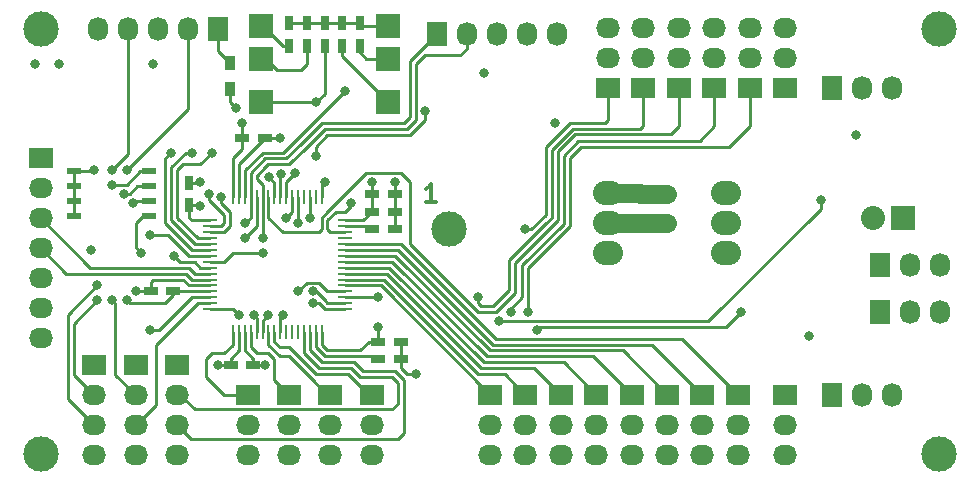
<source format=gbr>
G04 #@! TF.FileFunction,Copper,L1,Top,Signal*
%FSLAX46Y46*%
G04 Gerber Fmt 4.6, Leading zero omitted, Abs format (unit mm)*
G04 Created by KiCad (PCBNEW 4.0.0-rc1-stable) date 19/11/2015 21:53:00*
%MOMM*%
G01*
G04 APERTURE LIST*
%ADD10C,0.100000*%
%ADD11C,0.300000*%
%ADD12R,0.750000X1.200000*%
%ADD13R,1.250000X1.500000*%
%ADD14R,1.200000X0.750000*%
%ADD15R,1.727200X2.032000*%
%ADD16O,1.727200X2.032000*%
%ADD17R,1.143000X0.508000*%
%ADD18C,3.000000*%
%ADD19R,2.032000X1.727200*%
%ADD20O,2.032000X1.727200*%
%ADD21R,0.900000X1.200000*%
%ADD22R,1.300000X0.250000*%
%ADD23R,0.250000X1.300000*%
%ADD24R,2.100000X2.100000*%
%ADD25O,2.540000X2.032000*%
%ADD26R,2.032000X2.032000*%
%ADD27O,2.032000X2.032000*%
%ADD28C,0.800000*%
%ADD29C,1.000000*%
%ADD30C,0.250000*%
%ADD31C,1.600000*%
G04 APERTURE END LIST*
D10*
D11*
X160428572Y-71678571D02*
X159571429Y-71678571D01*
X160000001Y-71678571D02*
X160000001Y-70178571D01*
X159857144Y-70392857D01*
X159714286Y-70535714D01*
X159571429Y-70607143D01*
D12*
X152500000Y-58450000D03*
X152500000Y-56550000D03*
D13*
X177750000Y-71000000D03*
X177750000Y-73500000D03*
D14*
X157450000Y-85000000D03*
X155550000Y-85000000D03*
X156950000Y-74000000D03*
X155050000Y-74000000D03*
D12*
X139500000Y-71950000D03*
X139500000Y-70050000D03*
D14*
X155050000Y-71000000D03*
X156950000Y-71000000D03*
X144950000Y-85500000D03*
X143050000Y-85500000D03*
X155550000Y-83500000D03*
X157450000Y-83500000D03*
X155050000Y-72500000D03*
X156950000Y-72500000D03*
X144050000Y-66250000D03*
X145950000Y-66250000D03*
X138200000Y-79250000D03*
X136300000Y-79250000D03*
D15*
X198000000Y-77000000D03*
D16*
X200540000Y-77000000D03*
X203080000Y-77000000D03*
D17*
X136175000Y-69095000D03*
X136175000Y-70365000D03*
X136175000Y-71635000D03*
X136175000Y-72905000D03*
X129825000Y-72905000D03*
X129825000Y-71635000D03*
X129825000Y-70365000D03*
X129825000Y-69095000D03*
D15*
X160500000Y-57500000D03*
D16*
X163040000Y-57500000D03*
X165580000Y-57500000D03*
X168120000Y-57500000D03*
X170660000Y-57500000D03*
D18*
X161500000Y-74000000D03*
D19*
X144500000Y-88000000D03*
D20*
X144500000Y-90540000D03*
X144500000Y-93080000D03*
D19*
X148000000Y-88000000D03*
D20*
X148000000Y-90540000D03*
X148000000Y-93080000D03*
D19*
X151500000Y-88000000D03*
D20*
X151500000Y-90540000D03*
X151500000Y-93080000D03*
D19*
X155000000Y-88000000D03*
D20*
X155000000Y-90540000D03*
X155000000Y-93080000D03*
D18*
X127000000Y-57000000D03*
X203000000Y-57000000D03*
X203000000Y-93000000D03*
X127000000Y-93000000D03*
D15*
X198000000Y-81000000D03*
D16*
X200540000Y-81000000D03*
X203080000Y-81000000D03*
D21*
X143000000Y-59900000D03*
X143000000Y-62100000D03*
D19*
X187000000Y-62000000D03*
D20*
X187000000Y-59460000D03*
X187000000Y-56920000D03*
D19*
X184000000Y-62000000D03*
D20*
X184000000Y-59460000D03*
X184000000Y-56920000D03*
D19*
X181000000Y-62000000D03*
D20*
X181000000Y-59460000D03*
X181000000Y-56920000D03*
D19*
X178000000Y-62000000D03*
D20*
X178000000Y-59460000D03*
X178000000Y-56920000D03*
D19*
X175000000Y-62000000D03*
D20*
X175000000Y-59460000D03*
X175000000Y-56920000D03*
D19*
X190000000Y-62000000D03*
D20*
X190000000Y-59460000D03*
X190000000Y-56920000D03*
D19*
X177000000Y-88000000D03*
D20*
X177000000Y-90540000D03*
X177000000Y-93080000D03*
D19*
X180000000Y-88000000D03*
D20*
X180000000Y-90540000D03*
X180000000Y-93080000D03*
D19*
X183000000Y-88000000D03*
D20*
X183000000Y-90540000D03*
X183000000Y-93080000D03*
D19*
X186000000Y-88000000D03*
D20*
X186000000Y-90540000D03*
X186000000Y-93080000D03*
D19*
X165000000Y-88000000D03*
D20*
X165000000Y-90540000D03*
X165000000Y-93080000D03*
D19*
X168000000Y-88000000D03*
D20*
X168000000Y-90540000D03*
X168000000Y-93080000D03*
D19*
X171000000Y-88000000D03*
D20*
X171000000Y-90540000D03*
X171000000Y-93080000D03*
D19*
X174000000Y-88000000D03*
D20*
X174000000Y-90540000D03*
X174000000Y-93080000D03*
D19*
X190000000Y-88000000D03*
D20*
X190000000Y-90540000D03*
X190000000Y-93080000D03*
D15*
X194000000Y-62000000D03*
D16*
X196540000Y-62000000D03*
X199080000Y-62000000D03*
D15*
X194000000Y-88000000D03*
D16*
X196540000Y-88000000D03*
X199080000Y-88000000D03*
D19*
X127000000Y-68000000D03*
D20*
X127000000Y-70540000D03*
X127000000Y-73080000D03*
X127000000Y-75620000D03*
X127000000Y-78160000D03*
X127000000Y-80700000D03*
X127000000Y-83240000D03*
D15*
X142000000Y-57000000D03*
D16*
X139460000Y-57000000D03*
X136920000Y-57000000D03*
X134380000Y-57000000D03*
X131840000Y-57000000D03*
D22*
X141300000Y-73250000D03*
X141300000Y-73750000D03*
X141300000Y-74250000D03*
X141300000Y-74750000D03*
X141300000Y-75250000D03*
X141300000Y-75750000D03*
X141300000Y-76250000D03*
X141300000Y-76750000D03*
X141300000Y-77250000D03*
X141300000Y-77750000D03*
X141300000Y-78250000D03*
X141300000Y-78750000D03*
X141300000Y-79250000D03*
X141300000Y-79750000D03*
X141300000Y-80250000D03*
X141300000Y-80750000D03*
D23*
X143250000Y-82700000D03*
X143750000Y-82700000D03*
X144250000Y-82700000D03*
X144750000Y-82700000D03*
X145250000Y-82700000D03*
X145750000Y-82700000D03*
X146250000Y-82700000D03*
X146750000Y-82700000D03*
X147250000Y-82700000D03*
X147750000Y-82700000D03*
X148250000Y-82700000D03*
X148750000Y-82700000D03*
X149250000Y-82700000D03*
X149750000Y-82700000D03*
X150250000Y-82700000D03*
X150750000Y-82700000D03*
D22*
X152700000Y-80750000D03*
X152700000Y-80250000D03*
X152700000Y-79750000D03*
X152700000Y-79250000D03*
X152700000Y-78750000D03*
X152700000Y-78250000D03*
X152700000Y-77750000D03*
X152700000Y-77250000D03*
X152700000Y-76750000D03*
X152700000Y-76250000D03*
X152700000Y-75750000D03*
X152700000Y-75250000D03*
X152700000Y-74750000D03*
X152700000Y-74250000D03*
X152700000Y-73750000D03*
X152700000Y-73250000D03*
D23*
X150750000Y-71300000D03*
X150250000Y-71300000D03*
X149750000Y-71300000D03*
X149250000Y-71300000D03*
X148750000Y-71300000D03*
X148250000Y-71300000D03*
X147750000Y-71300000D03*
X147250000Y-71300000D03*
X146750000Y-71300000D03*
X146250000Y-71300000D03*
X145750000Y-71300000D03*
X145250000Y-71300000D03*
X144750000Y-71300000D03*
X144250000Y-71300000D03*
X143750000Y-71300000D03*
X143250000Y-71300000D03*
D12*
X151000000Y-58450000D03*
X151000000Y-56550000D03*
X149500000Y-58450000D03*
X149500000Y-56550000D03*
X148000000Y-58450000D03*
X148000000Y-56550000D03*
X154000000Y-58450000D03*
X154000000Y-56550000D03*
D24*
X145600000Y-56750000D03*
X156400000Y-56750000D03*
X145600000Y-59550000D03*
X156400000Y-59550000D03*
X156400000Y-63250000D03*
X145600000Y-63250000D03*
D25*
X185000000Y-73500000D03*
X185000000Y-70960000D03*
X185000000Y-76040000D03*
X175000000Y-73500000D03*
X175000000Y-70960000D03*
X175000000Y-76040000D03*
D26*
X200000000Y-73000000D03*
D27*
X197460000Y-73000000D03*
D19*
X138500000Y-85500000D03*
D20*
X138500000Y-88040000D03*
X138500000Y-90580000D03*
X138500000Y-93120000D03*
D19*
X135000000Y-85500000D03*
D20*
X135000000Y-88040000D03*
X135000000Y-90580000D03*
X135000000Y-93120000D03*
D19*
X131500000Y-85500000D03*
D20*
X131500000Y-88040000D03*
X131500000Y-90580000D03*
X131500000Y-93120000D03*
D28*
X145750000Y-76000000D03*
X158750000Y-86250000D03*
X131250000Y-75750000D03*
D29*
X180000000Y-73500000D03*
D28*
X134000000Y-71000000D03*
X147250000Y-66250000D03*
X131500000Y-69000000D03*
X135000000Y-79250000D03*
X140500000Y-70000000D03*
X142000000Y-85500000D03*
X157000000Y-70000000D03*
X126500000Y-60000000D03*
X192000000Y-83000000D03*
X196000000Y-66000000D03*
X155500000Y-82250000D03*
D29*
X180000000Y-71000000D03*
D28*
X133000000Y-70250000D03*
X144000000Y-65000000D03*
X164500000Y-60750000D03*
X134250000Y-80000000D03*
X143500000Y-63750000D03*
X140500000Y-72000000D03*
X146000000Y-85500000D03*
X155000000Y-70000000D03*
X128500000Y-60000000D03*
X136500000Y-60000000D03*
X136250000Y-74500000D03*
X146300000Y-69600000D03*
X147300000Y-69300000D03*
X134750000Y-71750000D03*
X144250000Y-73500000D03*
X145750000Y-74750000D03*
X135500000Y-76000000D03*
X144250000Y-74750000D03*
X168250000Y-81000000D03*
X143750000Y-81250000D03*
X166750000Y-81000000D03*
X146250000Y-81250000D03*
X155500000Y-79750000D03*
X164000000Y-79750000D03*
X150000000Y-79250000D03*
X150000000Y-80250000D03*
X134250000Y-69000000D03*
X151000000Y-70000000D03*
X133000000Y-69000000D03*
X153250000Y-71750000D03*
X186250000Y-81000000D03*
X169000000Y-82500000D03*
X136250000Y-82500000D03*
X138250000Y-76250000D03*
X150250000Y-63250000D03*
X141250000Y-71000000D03*
X150250000Y-67750000D03*
X142250000Y-71250000D03*
X159500000Y-64000000D03*
X152750000Y-62250000D03*
X148500000Y-69250000D03*
X138000000Y-67500000D03*
X139750000Y-67500000D03*
X141500000Y-67500000D03*
X170500000Y-65000000D03*
X168000000Y-74000000D03*
X145000000Y-81250000D03*
X133000000Y-80000000D03*
X149750000Y-73000000D03*
X131750000Y-80000000D03*
X148750000Y-73500000D03*
X131750000Y-78750000D03*
X147750000Y-73000000D03*
X148750000Y-79250000D03*
X165750000Y-81750000D03*
X193000000Y-71500000D03*
X147500000Y-81250000D03*
D30*
X145750000Y-76000000D02*
X143250000Y-76000000D01*
X142500000Y-76750000D02*
X141300000Y-76750000D01*
X143250000Y-76000000D02*
X142500000Y-76750000D01*
X152500000Y-58450000D02*
X152500000Y-59350000D01*
X152500000Y-59350000D02*
X156400000Y-63250000D01*
X157450000Y-85000000D02*
X157450000Y-85700000D01*
X158000000Y-86250000D02*
X158750000Y-86250000D01*
X157450000Y-85700000D02*
X158000000Y-86250000D01*
X157450000Y-83500000D02*
X157450000Y-85000000D01*
X156950000Y-72500000D02*
X156950000Y-74000000D01*
D31*
X177750000Y-73500000D02*
X180000000Y-73500000D01*
D30*
X136175000Y-70365000D02*
X135135000Y-70365000D01*
X134500000Y-71000000D02*
X134000000Y-71000000D01*
X135135000Y-70365000D02*
X134500000Y-71000000D01*
X145950000Y-66250000D02*
X147250000Y-66250000D01*
X143750000Y-71300000D02*
X143750000Y-68450000D01*
X143750000Y-68450000D02*
X145950000Y-66250000D01*
X129825000Y-71635000D02*
X129825000Y-72905000D01*
X129825000Y-70365000D02*
X129825000Y-71635000D01*
X129825000Y-69095000D02*
X129825000Y-70365000D01*
X129825000Y-69095000D02*
X131405000Y-69095000D01*
X131405000Y-69095000D02*
X131500000Y-69000000D01*
X136300000Y-79250000D02*
X135000000Y-79250000D01*
X141300000Y-78750000D02*
X139500000Y-78750000D01*
X136300000Y-78450000D02*
X136300000Y-79250000D01*
X136500000Y-78250000D02*
X136300000Y-78450000D01*
X139000000Y-78250000D02*
X136500000Y-78250000D01*
X139500000Y-78750000D02*
X139000000Y-78250000D01*
D31*
X175000000Y-73500000D02*
X177750000Y-73500000D01*
D30*
X139500000Y-70050000D02*
X140450000Y-70050000D01*
X140450000Y-70050000D02*
X140500000Y-70000000D01*
X143050000Y-85500000D02*
X142000000Y-85500000D01*
X143750000Y-82700000D02*
X143750000Y-84250000D01*
X143050000Y-84950000D02*
X143050000Y-85500000D01*
X143750000Y-84250000D02*
X143050000Y-84950000D01*
X156950000Y-71000000D02*
X156950000Y-72500000D01*
X156950000Y-71000000D02*
X156950000Y-70050000D01*
X156950000Y-70050000D02*
X157000000Y-70000000D01*
X148000000Y-56550000D02*
X149500000Y-56550000D01*
X149500000Y-56550000D02*
X151000000Y-56550000D01*
X151000000Y-56550000D02*
X152500000Y-56550000D01*
X152500000Y-56550000D02*
X154000000Y-56550000D01*
X154000000Y-56550000D02*
X154200000Y-56750000D01*
X154200000Y-56750000D02*
X156400000Y-56750000D01*
X155550000Y-83500000D02*
X155550000Y-82300000D01*
X155550000Y-82300000D02*
X155500000Y-82250000D01*
X150750000Y-82700000D02*
X150750000Y-83750000D01*
X154750000Y-83500000D02*
X155550000Y-83500000D01*
X154000000Y-84250000D02*
X154750000Y-83500000D01*
X151250000Y-84250000D02*
X154000000Y-84250000D01*
X150750000Y-83750000D02*
X151250000Y-84250000D01*
X150750000Y-82700000D02*
X150750000Y-83250000D01*
X150750000Y-82700000D02*
X150750000Y-83200000D01*
D31*
X177750000Y-71000000D02*
X180000000Y-71000000D01*
D30*
X136175000Y-69095000D02*
X135405000Y-69095000D01*
X134250000Y-70250000D02*
X133000000Y-70250000D01*
X135405000Y-69095000D02*
X134250000Y-70250000D01*
X144050000Y-66250000D02*
X144050000Y-65050000D01*
X144050000Y-65050000D02*
X144000000Y-65000000D01*
X143250000Y-71300000D02*
X143250000Y-68000000D01*
X144050000Y-67200000D02*
X144050000Y-66250000D01*
X143250000Y-68000000D02*
X144050000Y-67200000D01*
X138200000Y-79250000D02*
X138200000Y-79550000D01*
X138200000Y-79550000D02*
X137500000Y-80250000D01*
X134500000Y-80250000D02*
X134250000Y-80000000D01*
X137500000Y-80250000D02*
X134500000Y-80250000D01*
X141300000Y-79250000D02*
X138200000Y-79250000D01*
X138300000Y-79250000D02*
X138250000Y-79200000D01*
D31*
X175000000Y-70960000D02*
X177710000Y-70960000D01*
X177710000Y-70960000D02*
X177750000Y-71000000D01*
D30*
X143000000Y-62100000D02*
X143000000Y-63250000D01*
X143000000Y-63250000D02*
X143500000Y-63750000D01*
X139500000Y-71950000D02*
X140450000Y-71950000D01*
X140450000Y-71950000D02*
X140500000Y-72000000D01*
X141300000Y-73250000D02*
X139750000Y-73250000D01*
X139500000Y-73000000D02*
X139500000Y-71950000D01*
X139750000Y-73250000D02*
X139500000Y-73000000D01*
X144950000Y-85500000D02*
X146000000Y-85500000D01*
X144250000Y-82700000D02*
X144250000Y-84250000D01*
X144950000Y-84950000D02*
X144950000Y-85500000D01*
X144250000Y-84250000D02*
X144950000Y-84950000D01*
X155050000Y-71000000D02*
X155050000Y-70050000D01*
X155050000Y-70050000D02*
X155000000Y-70000000D01*
X152700000Y-73250000D02*
X154300000Y-73250000D01*
X154300000Y-73250000D02*
X155050000Y-72500000D01*
X155050000Y-72500000D02*
X155050000Y-71000000D01*
X150250000Y-82700000D02*
X150250000Y-84000000D01*
X151000000Y-84750000D02*
X155300000Y-84750000D01*
X150250000Y-84000000D02*
X151000000Y-84750000D01*
X155300000Y-84750000D02*
X155550000Y-85000000D01*
X152700000Y-73750000D02*
X154800000Y-73750000D01*
X154800000Y-73750000D02*
X155050000Y-74000000D01*
X138250000Y-75000000D02*
X137750000Y-74500000D01*
X137750000Y-74500000D02*
X136250000Y-74500000D01*
X141300000Y-76250000D02*
X139500000Y-76250000D01*
X139500000Y-76250000D02*
X138250000Y-75000000D01*
X146750000Y-71300000D02*
X146750000Y-70050000D01*
X146750000Y-70050000D02*
X146300000Y-69600000D01*
X147250000Y-71300000D02*
X147250000Y-69350000D01*
X147250000Y-69350000D02*
X147300000Y-69300000D01*
X144750000Y-71300000D02*
X144750000Y-73000000D01*
X134865000Y-71635000D02*
X136175000Y-71635000D01*
X134750000Y-71750000D02*
X134865000Y-71635000D01*
X144750000Y-73000000D02*
X144250000Y-73500000D01*
X144750000Y-71300000D02*
X144750000Y-69200002D01*
X147750000Y-68000000D02*
X149000000Y-66750000D01*
X145950002Y-68000000D02*
X147750000Y-68000000D01*
X144750000Y-69200002D02*
X145950002Y-68000000D01*
X158250000Y-59750000D02*
X160500000Y-57500000D01*
X158250000Y-64500000D02*
X158250000Y-59750000D01*
X157750000Y-65000000D02*
X158250000Y-64500000D01*
X150750000Y-65000000D02*
X157750000Y-65000000D01*
X149000000Y-66750000D02*
X150750000Y-65000000D01*
X145750000Y-72750000D02*
X145750000Y-74750000D01*
X145750000Y-71300000D02*
X145750000Y-72750000D01*
X135000000Y-74500000D02*
X135000000Y-73500000D01*
X135595000Y-72905000D02*
X136175000Y-72905000D01*
X135000000Y-73500000D02*
X135595000Y-72905000D01*
X135500000Y-76000000D02*
X135000000Y-75500000D01*
X135000000Y-75500000D02*
X135000000Y-74500000D01*
X145250000Y-69500000D02*
X145250000Y-69750000D01*
X145250000Y-69750000D02*
X145750000Y-70250000D01*
X145750000Y-71300000D02*
X145750000Y-70250000D01*
X146000000Y-68750000D02*
X146250000Y-68500000D01*
X145250000Y-69500000D02*
X146000000Y-68750000D01*
X146250000Y-68500000D02*
X148000000Y-68500000D01*
X148000000Y-68500000D02*
X148250000Y-68250000D01*
X148000000Y-68500000D02*
X148250000Y-68250000D01*
X148250000Y-68250000D02*
X149250000Y-67250000D01*
X146250000Y-68500000D02*
X148000000Y-68500000D01*
X163040000Y-58710000D02*
X163040000Y-57500000D01*
X162500000Y-59250000D02*
X163040000Y-58710000D01*
X159500000Y-59250000D02*
X162500000Y-59250000D01*
X158750000Y-60000000D02*
X159500000Y-59250000D01*
X158750000Y-64750000D02*
X158750000Y-60000000D01*
X158000000Y-65500000D02*
X158750000Y-64750000D01*
X151000000Y-65500000D02*
X158000000Y-65500000D01*
X149250000Y-67250000D02*
X151000000Y-65500000D01*
X145250000Y-73750000D02*
X144250000Y-74750000D01*
X145250000Y-71300000D02*
X145250000Y-73750000D01*
X168250000Y-81000000D02*
X168250000Y-77250000D01*
X168250000Y-77250000D02*
X171750000Y-73750000D01*
X171750000Y-73750000D02*
X171750000Y-68000000D01*
X171750000Y-68000000D02*
X172750000Y-67000000D01*
X172750000Y-67000000D02*
X185250000Y-67000000D01*
X185250000Y-67000000D02*
X187000000Y-65250000D01*
X187000000Y-65250000D02*
X187000000Y-62000000D01*
X143250000Y-80750000D02*
X141300000Y-80750000D01*
X143750000Y-81250000D02*
X143250000Y-80750000D01*
X166750000Y-81000000D02*
X166750000Y-80750000D01*
X184000000Y-65250000D02*
X184000000Y-62000000D01*
X182750000Y-66500000D02*
X184000000Y-65250000D01*
X172500000Y-66500000D02*
X182750000Y-66500000D01*
X171250000Y-67750000D02*
X172500000Y-66500000D01*
X171250000Y-73549998D02*
X171250000Y-67750000D01*
X167750000Y-77049998D02*
X171250000Y-73549998D01*
X167750000Y-79750000D02*
X167750000Y-77049998D01*
X166750000Y-80750000D02*
X167750000Y-79750000D01*
X145750000Y-82700000D02*
X145750000Y-81750000D01*
X145750000Y-81750000D02*
X146250000Y-81250000D01*
X146250000Y-72250000D02*
X146250000Y-73000000D01*
X150750000Y-73000000D02*
X151250000Y-72500000D01*
X150750000Y-74000000D02*
X150750000Y-73000000D01*
X150500000Y-74250000D02*
X150750000Y-74000000D01*
X147500000Y-74250000D02*
X150500000Y-74250000D01*
X146250000Y-73000000D02*
X147500000Y-74250000D01*
X167125000Y-76875000D02*
X167125000Y-79375000D01*
X167125000Y-76875000D02*
X170799998Y-73200002D01*
X170799998Y-73200002D02*
X170799998Y-67336400D01*
X170799998Y-67336400D02*
X172186396Y-65950002D01*
X172186396Y-65950002D02*
X180299998Y-65950002D01*
X180299998Y-65950002D02*
X181000000Y-65250000D01*
X181000000Y-65250000D02*
X181000000Y-62000000D01*
X151250000Y-72500000D02*
X154500000Y-69250000D01*
X154500000Y-69250000D02*
X157500000Y-69250000D01*
X157500000Y-69250000D02*
X158250000Y-70000000D01*
X158250000Y-70000000D02*
X158250000Y-75250000D01*
X158250000Y-75250000D02*
X161750000Y-78750000D01*
X163750000Y-80750000D02*
X164000000Y-81000000D01*
X161750000Y-78750000D02*
X163750000Y-80750000D01*
X166250000Y-80250000D02*
X165500000Y-81000000D01*
X165500000Y-81000000D02*
X164000000Y-81000000D01*
X167125000Y-79375000D02*
X166250000Y-80250000D01*
X146250000Y-71300000D02*
X146250000Y-72250000D01*
X146250000Y-72250000D02*
X146250000Y-72500000D01*
X146250000Y-71300000D02*
X146250000Y-72500000D01*
X165000000Y-80500000D02*
X164250000Y-80500000D01*
X164000000Y-80250000D02*
X164000000Y-79750000D01*
X164250000Y-80500000D02*
X164000000Y-80250000D01*
X166625000Y-76625000D02*
X166625000Y-79125000D01*
X166625000Y-79125000D02*
X165750000Y-80000000D01*
X165250000Y-80500000D02*
X165000000Y-80500000D01*
X165750000Y-80000000D02*
X165250000Y-80500000D01*
X178000000Y-62000000D02*
X178000000Y-65250000D01*
X177750000Y-65500000D02*
X176250000Y-65500000D01*
X178000000Y-65250000D02*
X177750000Y-65500000D01*
X152700000Y-79750000D02*
X155500000Y-79750000D01*
X166625000Y-76625000D02*
X167500000Y-75750000D01*
X170250000Y-73000000D02*
X169750000Y-73500000D01*
X170250000Y-67250000D02*
X170250000Y-73000000D01*
X172000000Y-65500000D02*
X170250000Y-67250000D01*
X176250000Y-65500000D02*
X172000000Y-65500000D01*
X167500000Y-75750000D02*
X169750000Y-73500000D01*
X177750000Y-62250000D02*
X178000000Y-62000000D01*
X150250000Y-79250000D02*
X151000000Y-80000000D01*
X151250000Y-80250000D02*
X151000000Y-80000000D01*
X152700000Y-80250000D02*
X151250000Y-80250000D01*
X150000000Y-79250000D02*
X150250000Y-79250000D01*
X141300000Y-77750000D02*
X140000000Y-77750000D01*
X131170000Y-77250000D02*
X127000000Y-73080000D01*
X139500000Y-77250000D02*
X131170000Y-77250000D01*
X140000000Y-77750000D02*
X139500000Y-77250000D01*
X141300000Y-78250000D02*
X139750000Y-78250000D01*
X129130000Y-77750000D02*
X127000000Y-75620000D01*
X139250000Y-77750000D02*
X129130000Y-77750000D01*
X139750000Y-78250000D02*
X139250000Y-77750000D01*
X152700000Y-80750000D02*
X151000000Y-80750000D01*
X150500000Y-80250000D02*
X150000000Y-80250000D01*
X151000000Y-80750000D02*
X150500000Y-80250000D01*
X150750000Y-71300000D02*
X150750000Y-70250000D01*
X139460000Y-63790000D02*
X139460000Y-57000000D01*
X134250000Y-69000000D02*
X139460000Y-63790000D01*
X150750000Y-70250000D02*
X151000000Y-70000000D01*
X151250000Y-73500000D02*
X151250000Y-73250000D01*
X151250000Y-73250000D02*
X152000000Y-72500000D01*
X153250000Y-71750000D02*
X153250000Y-72000000D01*
X133000000Y-69000000D02*
X134380000Y-67620000D01*
X134380000Y-67620000D02*
X134380000Y-57000000D01*
X153250000Y-72000000D02*
X152750000Y-72500000D01*
X152750000Y-72500000D02*
X152000000Y-72500000D01*
X152700000Y-74250000D02*
X151500000Y-74250000D01*
X151250000Y-74000000D02*
X151250000Y-73500000D01*
X151500000Y-74250000D02*
X151250000Y-74000000D01*
X134380000Y-57000000D02*
X134380000Y-57630000D01*
X152700000Y-76750000D02*
X156750000Y-76750000D01*
X173750000Y-84750000D02*
X177000000Y-88000000D01*
X164750000Y-84750000D02*
X173750000Y-84750000D01*
X156750000Y-76750000D02*
X164750000Y-84750000D01*
X152700000Y-76250000D02*
X157000000Y-76250000D01*
X176250000Y-84250000D02*
X180000000Y-88000000D01*
X165000000Y-84250000D02*
X176250000Y-84250000D01*
X157000000Y-76250000D02*
X165000000Y-84250000D01*
X152700000Y-75750000D02*
X157250000Y-75750000D01*
X178750000Y-83750000D02*
X183000000Y-88000000D01*
X165250000Y-83750000D02*
X178750000Y-83750000D01*
X157250000Y-75750000D02*
X165250000Y-83750000D01*
X152700000Y-75250000D02*
X157500000Y-75250000D01*
X181250000Y-83250000D02*
X186000000Y-88000000D01*
X165500000Y-83250000D02*
X181250000Y-83250000D01*
X157500000Y-75250000D02*
X165500000Y-83250000D01*
X152700000Y-78750000D02*
X155750000Y-78750000D01*
X155750000Y-78750000D02*
X165000000Y-88000000D01*
X152700000Y-78250000D02*
X156000000Y-78250000D01*
X166250000Y-86250000D02*
X168000000Y-88000000D01*
X164000000Y-86250000D02*
X166250000Y-86250000D01*
X156000000Y-78250000D02*
X164000000Y-86250000D01*
X152700000Y-77750000D02*
X156250000Y-77750000D01*
X168750000Y-85750000D02*
X171000000Y-88000000D01*
X164250000Y-85750000D02*
X168750000Y-85750000D01*
X156250000Y-77750000D02*
X164250000Y-85750000D01*
X152700000Y-77250000D02*
X156500000Y-77250000D01*
X171250000Y-85250000D02*
X174000000Y-88000000D01*
X164500000Y-85250000D02*
X171250000Y-85250000D01*
X156500000Y-77250000D02*
X164500000Y-85250000D01*
X141300000Y-79750000D02*
X139750000Y-79750000D01*
X169250000Y-82250000D02*
X169000000Y-82500000D01*
X185000000Y-82250000D02*
X169250000Y-82250000D01*
X186250000Y-81000000D02*
X185000000Y-82250000D01*
X137000000Y-82500000D02*
X136250000Y-82500000D01*
X139750000Y-79750000D02*
X137000000Y-82500000D01*
X143250000Y-82700000D02*
X143250000Y-83750000D01*
X142500000Y-88000000D02*
X144500000Y-88000000D01*
X141000000Y-86500000D02*
X142500000Y-88000000D01*
X141000000Y-85000000D02*
X141000000Y-86500000D01*
X141500000Y-84500000D02*
X141000000Y-85000000D01*
X142500000Y-84500000D02*
X141500000Y-84500000D01*
X143250000Y-83750000D02*
X142500000Y-84500000D01*
X144750000Y-82700000D02*
X144750000Y-84000000D01*
X146750000Y-86750000D02*
X148000000Y-88000000D01*
X146750000Y-85000000D02*
X146750000Y-86750000D01*
X146250000Y-84500000D02*
X146750000Y-85000000D01*
X145250000Y-84500000D02*
X146250000Y-84500000D01*
X144750000Y-84000000D02*
X145250000Y-84500000D01*
X140500000Y-77250000D02*
X140000000Y-76750000D01*
X140000000Y-76750000D02*
X138750000Y-76750000D01*
X138750000Y-76750000D02*
X138250000Y-76250000D01*
X141300000Y-77250000D02*
X140500000Y-77250000D01*
X151000000Y-58450000D02*
X151000000Y-62500000D01*
X151000000Y-62500000D02*
X150250000Y-63250000D01*
X145600000Y-63250000D02*
X150250000Y-63250000D01*
X142250000Y-73750000D02*
X142500000Y-73500000D01*
X142500000Y-73500000D02*
X142500000Y-72750000D01*
X142500000Y-72750000D02*
X141250000Y-71500000D01*
X141250000Y-71500000D02*
X141250000Y-71000000D01*
X141300000Y-73750000D02*
X142250000Y-73750000D01*
X145600000Y-59550000D02*
X146050000Y-59550000D01*
X146050000Y-59550000D02*
X147000000Y-60500000D01*
X149500000Y-60000000D02*
X149500000Y-58450000D01*
X149000000Y-60500000D02*
X149500000Y-60000000D01*
X147000000Y-60500000D02*
X149000000Y-60500000D01*
X150250000Y-67000000D02*
X150250000Y-67750000D01*
X151250000Y-66000000D02*
X150250000Y-67000000D01*
X158250000Y-66000000D02*
X151250000Y-66000000D01*
X159500000Y-64750000D02*
X158250000Y-66000000D01*
X159500000Y-64000000D02*
X159500000Y-64750000D01*
X141300000Y-74250000D02*
X142500000Y-74250000D01*
X142500000Y-74250000D02*
X143000000Y-73750000D01*
X143000000Y-73750000D02*
X143000000Y-72500000D01*
X143000000Y-72500000D02*
X142250000Y-71750000D01*
X142250000Y-71750000D02*
X142250000Y-71250000D01*
X148000000Y-58450000D02*
X147450000Y-58450000D01*
X147450000Y-58450000D02*
X145750000Y-56750000D01*
X145750000Y-56750000D02*
X145600000Y-56750000D01*
X144250000Y-69750000D02*
X144250000Y-69000000D01*
X147500000Y-67500000D02*
X149000000Y-66000000D01*
X145750000Y-67500000D02*
X147500000Y-67500000D01*
X144250000Y-69000000D02*
X145750000Y-67500000D01*
X144250000Y-71300000D02*
X144250000Y-69750000D01*
X149000000Y-66000000D02*
X152750000Y-62250000D01*
X154000000Y-58450000D02*
X154000000Y-59000000D01*
X154000000Y-59000000D02*
X154550000Y-59550000D01*
X154550000Y-59550000D02*
X156400000Y-59550000D01*
X147750000Y-71300000D02*
X147750000Y-70000000D01*
X147750000Y-70000000D02*
X148500000Y-69250000D01*
X141300000Y-75750000D02*
X139750000Y-75750000D01*
X137500000Y-68000000D02*
X138000000Y-67500000D01*
X137500000Y-73500000D02*
X137500000Y-68000000D01*
X139750000Y-75750000D02*
X137500000Y-73500000D01*
X141300000Y-75250000D02*
X140000000Y-75250000D01*
X139250000Y-67500000D02*
X139750000Y-67500000D01*
X138000000Y-68750000D02*
X139250000Y-67500000D01*
X138000000Y-73250000D02*
X138000000Y-68750000D01*
X140000000Y-75250000D02*
X138000000Y-73250000D01*
X141300000Y-74750000D02*
X140250000Y-74750000D01*
X140500000Y-68500000D02*
X141500000Y-67500000D01*
X139000000Y-68500000D02*
X140500000Y-68500000D01*
X138500000Y-69000000D02*
X139000000Y-68500000D01*
X138500000Y-73000000D02*
X138500000Y-69000000D01*
X140250000Y-74750000D02*
X138500000Y-73000000D01*
X157250000Y-87500000D02*
X157250000Y-88750000D01*
X157250000Y-88750000D02*
X156750000Y-89250000D01*
X156000000Y-86500000D02*
X156750000Y-86500000D01*
X150500000Y-85750000D02*
X151750000Y-85750000D01*
X151750000Y-85750000D02*
X153000000Y-85750000D01*
X149250000Y-83750000D02*
X149250000Y-84363602D01*
X149250000Y-84500000D02*
X150250000Y-85500000D01*
X149250000Y-84363602D02*
X149250000Y-84500000D01*
X150250000Y-85500000D02*
X150500000Y-85750000D01*
X154000000Y-86500000D02*
X156000000Y-86500000D01*
X153250000Y-85750000D02*
X154000000Y-86500000D01*
X153000000Y-85750000D02*
X153250000Y-85750000D01*
X140000000Y-89250000D02*
X138790000Y-88040000D01*
X142250000Y-89250000D02*
X140000000Y-89250000D01*
X154000000Y-89250000D02*
X142250000Y-89250000D01*
X156750000Y-89250000D02*
X154000000Y-89250000D01*
X157250000Y-87000000D02*
X157250000Y-87500000D01*
X156750000Y-86500000D02*
X157250000Y-87000000D01*
X138790000Y-88040000D02*
X138500000Y-88040000D01*
X149250000Y-82700000D02*
X149250000Y-83750000D01*
X156250000Y-86000000D02*
X157000000Y-86000000D01*
X157000000Y-86000000D02*
X157750000Y-86750000D01*
X155250000Y-86000000D02*
X156250000Y-86000000D01*
X157250000Y-91750000D02*
X155750000Y-91750000D01*
X157750000Y-91250000D02*
X157250000Y-91750000D01*
X157750000Y-86750000D02*
X157750000Y-91250000D01*
X139670000Y-91750000D02*
X138500000Y-90580000D01*
X155750000Y-91750000D02*
X139670000Y-91750000D01*
X149750000Y-82700000D02*
X149750000Y-84250000D01*
X149750000Y-84250000D02*
X150750000Y-85250000D01*
X154250000Y-86000000D02*
X155250000Y-86000000D01*
X153500000Y-85250000D02*
X154250000Y-86000000D01*
X150750000Y-85250000D02*
X153500000Y-85250000D01*
X151500000Y-88000000D02*
X151250000Y-88000000D01*
X151250000Y-88000000D02*
X150000000Y-86750000D01*
X147250000Y-84750000D02*
X148000000Y-84750000D01*
X148000000Y-84750000D02*
X150000000Y-86750000D01*
X146250000Y-82700000D02*
X146250000Y-83750000D01*
X146250000Y-83750000D02*
X147250000Y-84750000D01*
X175000000Y-62000000D02*
X175000000Y-64750000D01*
X174750000Y-65000000D02*
X173500000Y-65000000D01*
X175000000Y-64750000D02*
X174750000Y-65000000D01*
X169750000Y-70750000D02*
X169750000Y-72750000D01*
X168500000Y-74000000D02*
X168000000Y-74000000D01*
X169750000Y-72750000D02*
X168500000Y-74000000D01*
X145250000Y-82700000D02*
X145250000Y-81500000D01*
X145250000Y-81500000D02*
X145000000Y-81250000D01*
X173500000Y-65000000D02*
X171750000Y-65000000D01*
X171750000Y-65000000D02*
X170500000Y-66250000D01*
X169750000Y-67000000D02*
X170500000Y-66250000D01*
X170500000Y-66250000D02*
X171750000Y-65000000D01*
X169750000Y-70750000D02*
X169750000Y-67000000D01*
X133250000Y-84000000D02*
X133250000Y-80250000D01*
X133250000Y-80250000D02*
X133000000Y-80000000D01*
X149750000Y-71300000D02*
X149750000Y-73000000D01*
X133250000Y-86290000D02*
X135000000Y-88040000D01*
X133250000Y-84000000D02*
X133250000Y-86290000D01*
X141300000Y-80250000D02*
X140250000Y-80250000D01*
X136750000Y-88830000D02*
X135000000Y-90580000D01*
X136750000Y-83750000D02*
X136750000Y-88830000D01*
X140250000Y-80250000D02*
X136750000Y-83750000D01*
X129750000Y-85250000D02*
X129750000Y-82000000D01*
X129750000Y-82000000D02*
X131750000Y-80000000D01*
X148750000Y-71300000D02*
X148750000Y-73500000D01*
X129750000Y-86290000D02*
X131500000Y-88040000D01*
X129750000Y-85250000D02*
X129750000Y-86290000D01*
X129250000Y-85000000D02*
X129250000Y-81250000D01*
X129250000Y-81250000D02*
X131750000Y-78750000D01*
X148250000Y-71300000D02*
X148250000Y-72500000D01*
X148250000Y-72500000D02*
X147750000Y-73000000D01*
X129250000Y-88330000D02*
X131500000Y-90580000D01*
X129250000Y-85000000D02*
X129250000Y-88330000D01*
X147250000Y-84000000D02*
X148000000Y-84000000D01*
X150250000Y-86250000D02*
X151000000Y-86250000D01*
X148000000Y-84000000D02*
X150250000Y-86250000D01*
X151000000Y-86250000D02*
X153000000Y-86250000D01*
X153000000Y-86250000D02*
X154750000Y-88000000D01*
X154750000Y-88000000D02*
X155000000Y-88000000D01*
X154500000Y-87500000D02*
X155000000Y-88000000D01*
X146750000Y-82700000D02*
X146750000Y-83500000D01*
X146750000Y-83500000D02*
X147250000Y-84000000D01*
X148750000Y-79250000D02*
X149500000Y-78500000D01*
X152700000Y-79250000D02*
X151250000Y-79250000D01*
X150500000Y-78500000D02*
X151250000Y-79250000D01*
X149500000Y-78500000D02*
X150500000Y-78500000D01*
X147250000Y-82700000D02*
X147250000Y-81500000D01*
X165750000Y-81750000D02*
X181250000Y-81750000D01*
X181250000Y-81750000D02*
X183500000Y-81750000D01*
X183500000Y-81750000D02*
X193000000Y-72250000D01*
X193000000Y-72250000D02*
X193000000Y-71500000D01*
X147250000Y-81500000D02*
X147500000Y-81250000D01*
X142000000Y-57000000D02*
X142000000Y-58900000D01*
X142000000Y-58900000D02*
X143000000Y-59900000D01*
M02*

</source>
